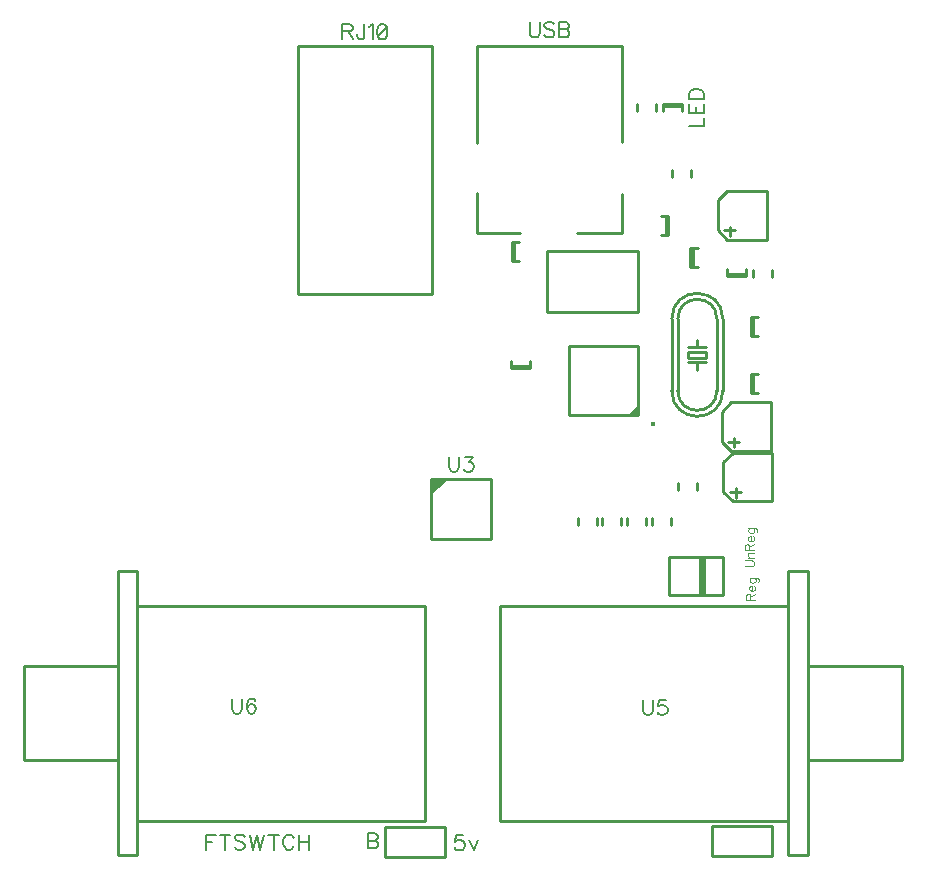
<source format=gbr>
G04 DipTrace 2.4.0.2*
%INTopSilk.gbr*%
%MOIN*%
%ADD10C,0.0098*%
%ADD32O,0.0165X0.0164*%
%ADD100C,0.0077*%
%ADD102C,0.0046*%
%FSLAX44Y44*%
G04*
G70*
G90*
G75*
G01*
%LNTopSilk*%
%LPD*%
X24621Y21400D2*
D10*
Y22029D1*
X24547Y21400D2*
Y22029D1*
Y21400D2*
X24782D1*
X24547Y22029D2*
X24782D1*
X24621Y19493D2*
Y20123D1*
X24547Y19493D2*
Y20123D1*
Y19493D2*
X24782D1*
X24547Y20123D2*
X24782D1*
X17183Y20395D2*
X16554D1*
X17183Y20320D2*
X16554D1*
X17183D2*
Y20556D1*
X16554Y20320D2*
Y20556D1*
X25209Y19183D2*
Y17558D1*
X23897D1*
X23584Y17871D1*
X23583Y18871D1*
X23897Y19183D1*
X25209D1*
X23994Y17683D2*
Y17995D1*
X24153Y17871D2*
X23785D1*
X21723Y25395D2*
Y24766D1*
X21798Y25395D2*
Y24766D1*
Y25395D2*
X21562D1*
X21798Y24766D2*
X21562D1*
X22605Y23704D2*
Y24333D1*
X22531Y23704D2*
Y24333D1*
Y23704D2*
X22766D1*
X22531Y24333D2*
X22766D1*
X24391Y23461D2*
X23762D1*
X24391Y23386D2*
X23762D1*
X24391D2*
Y23622D1*
X23762Y23386D2*
Y23622D1*
X16645Y23886D2*
Y24516D1*
X16571Y23886D2*
Y24516D1*
Y23886D2*
X16806D1*
X16571Y24516D2*
X16806D1*
X25076Y26222D2*
Y24597D1*
X23764D1*
X23451Y24909D1*
X23450Y25909D1*
X23764Y26222D1*
X25076D1*
X23862Y24722D2*
Y25034D1*
X24020Y24909D2*
X23652D1*
X25257Y17499D2*
Y15874D1*
X23944D1*
X23631Y16186D1*
Y17186D1*
X23944Y17499D1*
X25257D1*
X24042Y15999D2*
Y16311D1*
X24201Y16186D2*
X23832D1*
X23612Y12759D2*
X21800D1*
Y14009D1*
X23612D1*
Y12759D1*
X22987Y12821D2*
Y14009D1*
X22862Y12759D2*
Y13946D1*
X22925Y12821D2*
Y13946D1*
X22254Y29117D2*
Y28881D1*
X21625Y29117D2*
Y28881D1*
Y29043D2*
X22254D1*
X21625Y29117D2*
X22254D1*
X14350Y4035D2*
X12350D1*
Y5036D1*
X14350D1*
Y4035D1*
X17746Y24220D2*
X20777D1*
Y22188D1*
X17746D1*
Y24220D1*
X23249Y5042D2*
X25249D1*
Y4042D1*
X23249D1*
Y5042D1*
X25247Y23358D2*
Y23594D1*
X24617Y23358D2*
Y23594D1*
X22109Y16490D2*
Y16255D1*
X22738Y16490D2*
Y16255D1*
X20753Y29117D2*
Y28881D1*
X21382Y29117D2*
Y28881D1*
X19573Y15337D2*
Y15102D1*
X20202Y15337D2*
Y15102D1*
X20410Y15337D2*
Y15102D1*
X21039Y15337D2*
Y15102D1*
X21248Y15337D2*
Y15102D1*
X21878Y15337D2*
Y15102D1*
X22542Y26701D2*
Y26937D1*
X21913Y26701D2*
Y26937D1*
X18777Y15337D2*
Y15102D1*
X19406Y15337D2*
Y15102D1*
X13904Y22795D2*
X9451D1*
Y31049D1*
X13904D1*
Y22795D1*
X20770Y18762D2*
X18487D1*
Y21045D1*
X20770D1*
Y18762D1*
D32*
X21286Y18450D3*
G36*
X20770Y18762D2*
Y19076D1*
X20455Y18762D1*
X20770D1*
G37*
X15896Y14637D2*
D10*
X13896D1*
Y16637D1*
X15896D1*
Y14637D1*
X13896Y16199D2*
X14396Y16637D1*
X14271D2*
X13958Y16324D1*
X14145Y16637D2*
X13896Y16387D1*
X14020Y16574D2*
X13958Y16512D1*
Y16574D2*
X14020Y16512D1*
X16197Y12397D2*
X25784D1*
Y5231D1*
X16197D1*
Y12397D1*
X25784Y13539D2*
X26433D1*
Y4090D1*
X25784D1*
Y13539D1*
X26433Y10389D2*
X29583D1*
Y7239D1*
X26433D1*
Y10389D1*
X13685Y5231D2*
X4098D1*
Y12397D1*
X13685D1*
Y5231D1*
X4098Y4090D2*
X3449D1*
Y13539D1*
X4098D1*
Y4090D1*
X3449Y7239D2*
X299D1*
Y10389D1*
X3449D1*
Y7239D1*
X20233Y31051D2*
X15429D1*
X20233D2*
Y27862D1*
X15429Y27822D2*
Y31051D1*
X20233Y26129D2*
Y24830D1*
X18736D1*
X16846D2*
X15429D1*
Y26169D1*
X21909Y21961D2*
Y19561D1*
X23609Y21961D2*
Y19561D1*
X22109Y21961D2*
Y19561D1*
X23410D2*
Y21961D1*
X23060Y20861D2*
Y20661D1*
X22459D1*
Y20861D1*
X23060D1*
Y20511D2*
X22759D1*
X22459D1*
X23060Y21011D2*
X22759D1*
X22459D1*
X22759Y20511D2*
Y20261D1*
Y21011D2*
Y21261D1*
X23609Y21961D2*
G03X21909Y21961I-850J0D01*
G01*
Y19561D2*
G03X23609Y19561I850J0D01*
G01*
X23410Y21961D2*
G03X22109Y21961I-650J0D01*
G01*
Y19561D2*
G03X23410Y19561I650J0D01*
G01*
X22478Y28379D2*
D100*
X22981D1*
Y28665D1*
X22478Y29130D2*
Y28820D1*
X22981D1*
Y29130D1*
X22718Y28820D2*
Y29011D1*
X22478Y29285D2*
X22981D1*
Y29452D1*
X22956Y29524D1*
X22909Y29572D1*
X22861Y29596D1*
X22789Y29620D1*
X22670D1*
X22598Y29596D1*
X22550Y29572D1*
X22502Y29524D1*
X22478Y29452D1*
Y29285D1*
X6699Y4770D2*
X6388D1*
Y4268D1*
Y4531D2*
X6579D1*
X7021Y4770D2*
Y4268D1*
X6853Y4770D2*
X7188D1*
X7678Y4698D2*
X7630Y4746D1*
X7558Y4770D1*
X7463D1*
X7391Y4746D1*
X7343Y4698D1*
Y4651D1*
X7367Y4603D1*
X7391Y4579D1*
X7438Y4555D1*
X7582Y4507D1*
X7630Y4483D1*
X7654Y4459D1*
X7678Y4411D1*
Y4340D1*
X7630Y4292D1*
X7558Y4268D1*
X7463D1*
X7391Y4292D1*
X7343Y4340D1*
X7832Y4770D2*
X7952Y4268D1*
X8071Y4770D1*
X8191Y4268D1*
X8311Y4770D1*
X8633D2*
Y4268D1*
X8465Y4770D2*
X8800D1*
X9313Y4651D2*
X9289Y4698D1*
X9241Y4746D1*
X9194Y4770D1*
X9098D1*
X9050Y4746D1*
X9002Y4698D1*
X8978Y4651D1*
X8954Y4579D1*
Y4459D1*
X8978Y4388D1*
X9002Y4340D1*
X9050Y4292D1*
X9098Y4268D1*
X9194D1*
X9241Y4292D1*
X9289Y4340D1*
X9313Y4388D1*
X9468Y4770D2*
Y4268D1*
X9802Y4770D2*
Y4268D1*
X9468Y4531D2*
X9802D1*
X10931Y31542D2*
X11146D1*
X11218Y31566D1*
X11242Y31590D1*
X11266Y31637D1*
Y31685D1*
X11242Y31733D1*
X11218Y31757D1*
X11146Y31781D1*
X10931D1*
Y31279D1*
X11099Y31542D2*
X11266Y31279D1*
X11660Y31781D2*
Y31399D1*
X11636Y31327D1*
X11612Y31303D1*
X11564Y31279D1*
X11516D1*
X11469Y31303D1*
X11445Y31327D1*
X11421Y31399D1*
Y31446D1*
X11814Y31685D2*
X11862Y31709D1*
X11934Y31780D1*
Y31279D1*
X12232Y31780D2*
X12160Y31757D1*
X12112Y31685D1*
X12089Y31565D1*
Y31494D1*
X12112Y31374D1*
X12160Y31302D1*
X12232Y31279D1*
X12280D1*
X12352Y31302D1*
X12399Y31374D1*
X12424Y31494D1*
Y31565D1*
X12399Y31685D1*
X12352Y31757D1*
X12280Y31780D1*
X12232D1*
X12399Y31685D2*
X12112Y31374D1*
X14483Y17369D2*
Y17010D1*
X14507Y16939D1*
X14555Y16891D1*
X14627Y16867D1*
X14675D1*
X14747Y16891D1*
X14795Y16939D1*
X14818Y17010D1*
Y17369D1*
X15021D2*
X15283D1*
X15140Y17177D1*
X15212D1*
X15260Y17154D1*
X15283Y17130D1*
X15308Y17058D1*
Y17010D1*
X15283Y16939D1*
X15236Y16890D1*
X15164Y16867D1*
X15092D1*
X15021Y16890D1*
X14997Y16915D1*
X14973Y16962D1*
X20943Y9255D2*
Y8896D1*
X20967Y8825D1*
X21015Y8777D1*
X21087Y8753D1*
X21135D1*
X21206Y8777D1*
X21255Y8825D1*
X21278Y8896D1*
Y9255D1*
X21720D2*
X21481D1*
X21457Y9040D1*
X21481Y9063D1*
X21553Y9088D1*
X21624D1*
X21696Y9063D1*
X21744Y9016D1*
X21768Y8944D1*
Y8896D1*
X21744Y8825D1*
X21696Y8776D1*
X21624Y8753D1*
X21553D1*
X21481Y8776D1*
X21457Y8801D1*
X21433Y8848D1*
X7253Y9302D2*
Y8944D1*
X7277Y8872D1*
X7325Y8824D1*
X7397Y8800D1*
X7444D1*
X7516Y8824D1*
X7564Y8872D1*
X7588Y8944D1*
Y9302D1*
X8029Y9230D2*
X8006Y9278D1*
X7934Y9302D1*
X7886D1*
X7814Y9278D1*
X7766Y9206D1*
X7743Y9087D1*
Y8967D1*
X7766Y8872D1*
X7814Y8824D1*
X7886Y8800D1*
X7910D1*
X7981Y8824D1*
X8029Y8872D1*
X8053Y8944D1*
Y8967D1*
X8029Y9039D1*
X7981Y9087D1*
X7910Y9110D1*
X7886D1*
X7814Y9087D1*
X7766Y9039D1*
X7743Y8967D1*
X17174Y31845D2*
Y31486D1*
X17198Y31414D1*
X17246Y31366D1*
X17318Y31342D1*
X17365D1*
X17437Y31366D1*
X17485Y31414D1*
X17509Y31486D1*
Y31845D1*
X17998Y31773D2*
X17951Y31821D1*
X17879Y31845D1*
X17783D1*
X17712Y31821D1*
X17663Y31773D1*
Y31725D1*
X17688Y31677D1*
X17712Y31653D1*
X17759Y31630D1*
X17903Y31581D1*
X17951Y31558D1*
X17975Y31533D1*
X17998Y31486D1*
Y31414D1*
X17951Y31366D1*
X17879Y31342D1*
X17783D1*
X17712Y31366D1*
X17663Y31414D1*
X18153Y31845D2*
Y31342D1*
X18368D1*
X18440Y31366D1*
X18464Y31390D1*
X18488Y31438D1*
Y31510D1*
X18464Y31558D1*
X18440Y31581D1*
X18368Y31605D1*
X18440Y31630D1*
X18464Y31653D1*
X18488Y31701D1*
Y31749D1*
X18464Y31796D1*
X18440Y31821D1*
X18368Y31845D1*
X18153D1*
Y31605D2*
X18368D1*
X11767Y4807D2*
Y4305D1*
X11983D1*
X12055Y4329D1*
X12078Y4353D1*
X12102Y4400D1*
Y4472D1*
X12078Y4520D1*
X12055Y4544D1*
X11983Y4568D1*
X12055Y4592D1*
X12078Y4616D1*
X12102Y4663D1*
Y4711D1*
X12078Y4759D1*
X12055Y4783D1*
X11983Y4807D1*
X11767D1*
Y4568D2*
X11983D1*
X14958Y4745D2*
X14720D1*
X14696Y4530D1*
X14720Y4554D1*
X14791Y4578D1*
X14863D1*
X14935Y4554D1*
X14983Y4506D1*
X15006Y4434D1*
Y4387D1*
X14983Y4315D1*
X14935Y4267D1*
X14863Y4243D1*
X14791D1*
X14720Y4267D1*
X14696Y4291D1*
X14671Y4339D1*
X15161Y4578D2*
X15305Y4243D1*
X15448Y4578D1*
X24531Y12601D2*
D102*
Y12730D1*
X24516Y12773D1*
X24502Y12788D1*
X24473Y12802D1*
X24444D1*
X24416Y12788D1*
X24401Y12773D1*
X24387Y12730D1*
Y12601D1*
X24688D1*
X24531Y12702D2*
X24688Y12802D1*
X24574Y12895D2*
Y13067D1*
X24545D1*
X24516Y13053D1*
X24502Y13038D1*
X24487Y13010D1*
Y12967D1*
X24502Y12938D1*
X24531Y12909D1*
X24574Y12895D1*
X24602D1*
X24645Y12909D1*
X24674Y12938D1*
X24688Y12967D1*
Y13010D1*
X24674Y13038D1*
X24645Y13067D1*
X24502Y13332D2*
X24732D1*
X24774Y13317D1*
X24789Y13303D1*
X24803Y13274D1*
Y13231D1*
X24789Y13203D1*
X24545Y13332D2*
X24516Y13303D1*
X24502Y13274D1*
Y13231D1*
X24516Y13203D1*
X24545Y13174D1*
X24588Y13160D1*
X24617D1*
X24660Y13174D1*
X24688Y13203D1*
X24703Y13231D1*
Y13274D1*
X24688Y13303D1*
X24660Y13332D1*
X24346Y13705D2*
X24561D1*
X24604Y13719D1*
X24633Y13748D1*
X24647Y13791D1*
Y13819D1*
X24633Y13862D1*
X24604Y13891D1*
X24561Y13906D1*
X24346D1*
X24447Y13998D2*
X24647D1*
X24504D2*
X24461Y14041D1*
X24447Y14070D1*
Y14113D1*
X24461Y14142D1*
X24504Y14156D1*
X24647D1*
X24490Y14249D2*
Y14378D1*
X24475Y14421D1*
X24461Y14435D1*
X24432Y14450D1*
X24403D1*
X24375Y14435D1*
X24360Y14421D1*
X24346Y14378D1*
Y14249D1*
X24647D1*
X24490Y14349D2*
X24647Y14450D1*
X24533Y14542D2*
Y14714D1*
X24504D1*
X24475Y14700D1*
X24461Y14686D1*
X24447Y14657D1*
Y14614D1*
X24461Y14585D1*
X24490Y14557D1*
X24533Y14542D1*
X24561D1*
X24604Y14557D1*
X24633Y14585D1*
X24647Y14614D1*
Y14657D1*
X24633Y14686D1*
X24604Y14714D1*
X24461Y14979D2*
X24691D1*
X24733Y14965D1*
X24748Y14951D1*
X24762Y14922D1*
Y14879D1*
X24748Y14850D1*
X24504Y14979D2*
X24475Y14951D1*
X24461Y14922D1*
Y14879D1*
X24475Y14850D1*
X24504Y14821D1*
X24547Y14807D1*
X24576D1*
X24619Y14821D1*
X24647Y14850D1*
X24662Y14879D1*
Y14922D1*
X24647Y14951D1*
X24619Y14979D1*
M02*

</source>
